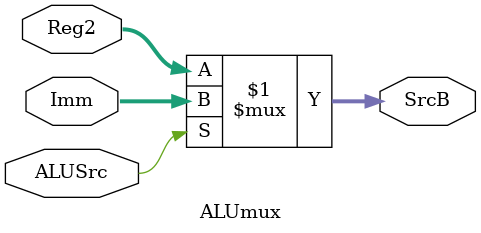
<source format=v>
module ALUmux(
    input [31:0] Reg2, Imm,
    input ALUSrc,
    output [31:0] SrcB
);

assign SrcB = ALUSrc ? Imm : Reg2;

endmodule
</source>
